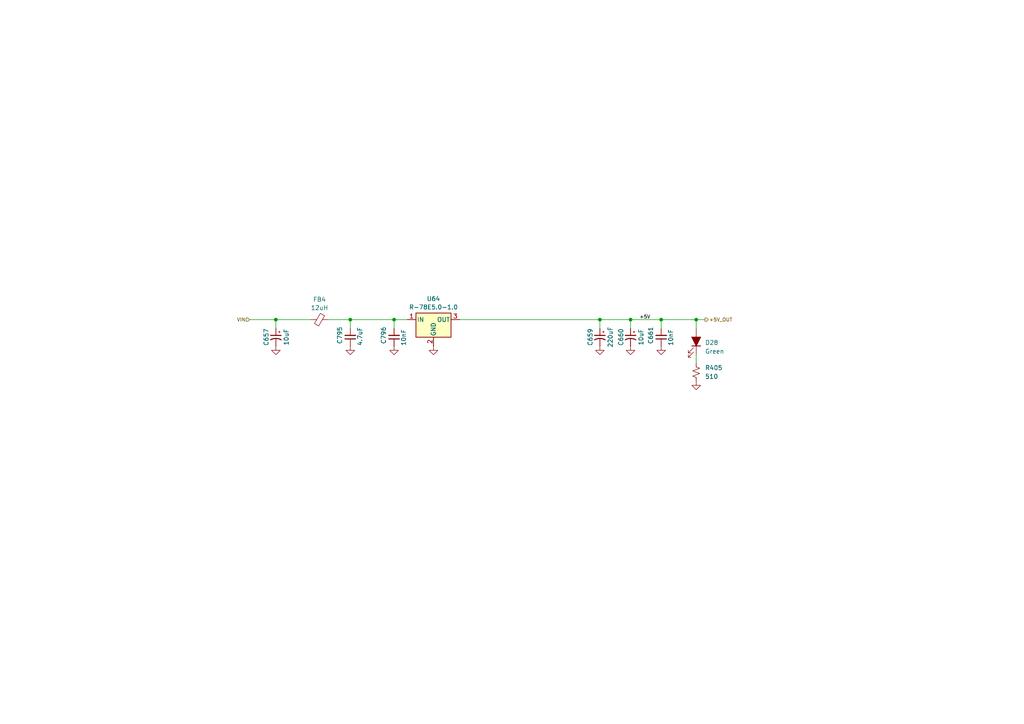
<source format=kicad_sch>
(kicad_sch (version 20250114) (generator "eeschema") (generator_version "9.0")
  (paper "A4")
  (lib_symbols
    (symbol "Device:C_Polarized_Small_US" (pin_numbers (hide yes)) (pin_names (offset 0.254) (hide yes))
      (property "Reference" "C" (at 0.254 1.778 0))
      (property "Value" "C_Polarized_Small_US" (at 0.254 -2.032 0))
      (symbol "C_Polarized_Small_US_0_1"
        (polyline (pts (xy -1.524 0.508) (xy 1.524 0.508)) (stroke (width 0.3048)))
        (polyline (pts (xy -1.27 1.524) (xy -0.762 1.524)))
        (polyline (pts (xy -1.016 1.27) (xy -1.016 1.778)))
        (arc (start -1.524 -0.762) (mid 0 -0.3734) (end 1.524 -0.762) (stroke (width 0.3048)))
      )
      (symbol "C_Polarized_Small_US_1_1"
        (pin passive line (at 0 2.54 270) (length 2.032) (name "~") (number "1"))
        (pin passive line (at 0 -2.54 90) (length 2.032) (name "~") (number "2"))
      )
    )
    (symbol "Device:C_Small" (pin_numbers (hide yes)) (pin_names (offset 0.254) (hide yes))
      (property "Reference" "C" (at 0.254 1.778 0))
      (property "Value" "C_Small" (at 0.254 -2.032 0))
      (symbol "C_Small_0_1"
        (polyline (pts (xy -1.524 0.508) (xy 1.524 0.508)) (stroke (width 0.3048)))
        (polyline (pts (xy -1.524 -0.508) (xy 1.524 -0.508)) (stroke (width 0.3302)))
      )
      (symbol "C_Small_1_1"
        (pin passive line (at 0 2.54 270) (length 2.032) (name "~") (number "1"))
        (pin passive line (at 0 -2.54 90) (length 2.032) (name "~") (number "2"))
      )
    )
    (symbol "Device:FerriteBead_Small" (pin_numbers (hide yes)) (pin_names (offset 0))
      (property "Reference" "FB" (at 1.905 1.27 0))
      (property "Value" "FerriteBead_Small" (at 1.905 -1.27 0))
      (symbol "FerriteBead_Small_0_1"
        (polyline (pts (xy -1.8288 0.2794) (xy -1.1176 1.4986) (xy 1.8288 -0.2032) (xy 1.1176 -1.4224) (xy -1.8288 0.2794)))
        (polyline (pts (xy 0 0.889) (xy 0 1.2954)))
        (polyline (pts (xy 0 -1.27) (xy 0 -0.7874)))
      )
      (symbol "FerriteBead_Small_1_1"
        (pin passive line (at 0 2.54 270) (length 1.27) (name "~") (number "1"))
        (pin passive line (at 0 -2.54 90) (length 1.27) (name "~") (number "2"))
      )
    )
    (symbol "Device:LED_Filled" (pin_numbers (hide yes)) (pin_names (offset 1.016) (hide yes))
      (property "Reference" "D" (at 0 2.54 0))
      (property "Value" "LED_Filled" (at 0 -2.54 0))
      (symbol "LED_Filled_0_1"
        (polyline (pts (xy -3.048 -0.762) (xy -4.572 -2.286) (xy -3.81 -2.286) (xy -4.572 -2.286) (xy -4.572 -1.524)))
        (polyline (pts (xy -1.778 -0.762) (xy -3.302 -2.286) (xy -2.54 -2.286) (xy -3.302 -2.286) (xy -3.302 -1.524)))
        (polyline (pts (xy -1.27 0) (xy 1.27 0)))
        (polyline (pts (xy -1.27 -1.27) (xy -1.27 1.27)) (stroke (width 0.254)))
        (polyline (pts (xy 1.27 -1.27) (xy 1.27 1.27) (xy -1.27 0) (xy 1.27 -1.27)) (stroke (width 0.254)) (fill (type outline)))
      )
      (symbol "LED_Filled_1_1"
        (pin passive line (at -3.81 0 0) (length 2.54) (name "K") (number "1"))
        (pin passive line (at 3.81 0 180) (length 2.54) (name "A") (number "2"))
      )
    )
    (symbol "Device:R_Small_US" (pin_numbers (hide yes)) (pin_names (offset 0.254) (hide yes))
      (property "Reference" "R" (at 0.762 0.508 0))
      (property "Value" "R_Small_US" (at 0.762 -1.016 0))
      (symbol "R_Small_US_1_1"
        (polyline (pts (xy 0 1.524) (xy 1.016 1.143) (xy 0 0.762) (xy -1.016 0.381) (xy 0 0)))
        (polyline (pts (xy 0 0) (xy 1.016 -0.381) (xy 0 -0.762) (xy -1.016 -1.143) (xy 0 -1.524)))
        (pin passive line (at 0 2.54 270) (length 1.016) (name "~") (number "1"))
        (pin passive line (at 0 -2.54 90) (length 1.016) (name "~") (number "2"))
      )
    )
    (symbol "Regulator_Switching:R-78E5.0-1.0" (pin_names (offset 0.254))
      (property "Reference" "U" (at -3.81 3.175 0))
      (property "Value" "R-78E5.0-1.0" (at 0 3.175 0))
      (symbol "R-78E5.0-1.0_0_1"
        (rectangle (start -5.08 1.905) (end 5.08 -5.08) (stroke (width 0.254)) (fill (type background)))
      )
      (symbol "R-78E5.0-1.0_1_1"
        (pin power_in line (at -7.62 0 0) (length 2.54) (name "IN") (number "1"))
        (pin power_in line (at 0 -7.62 90) (length 2.54) (name "GND") (number "2"))
        (pin power_out line (at 7.62 0 180) (length 2.54) (name "OUT") (number "3"))
      )
    )
    (symbol "power:GND" (power) (pin_numbers (hide yes)) (pin_names (offset 0) (hide yes))
      (property "Value" "GND" (at 0 -3.81 0))
      (symbol "GND_0_1"
        (polyline (pts (xy 0 0) (xy 0 -1.27) (xy 1.27 -1.27) (xy 0 -2.54) (xy -1.27 -1.27) (xy 0 -1.27)))
      )
      (symbol "GND_1_1"
        (pin power_in line (at 0 0 270) (length 0) (name "~") (number "1"))
      )
    )
  )
  (junction (at 80.01 92.71))
  (junction (at 101.6 92.71))
  (junction (at 114.3 92.71))
  (junction (at 173.99 92.71))
  (junction (at 182.88 92.71))
  (junction (at 191.77 92.71))
  (junction (at 201.93 92.71))
  (wire (pts (xy 133.35 92.71) (xy 173.99 92.71)))
  (wire (pts (xy 201.93 92.71) (xy 204.47 92.71)))
  (wire (pts (xy 182.88 92.71) (xy 191.77 92.71)))
  (wire (pts (xy 173.99 92.71) (xy 173.99 95.25)))
  (wire (pts (xy 114.3 92.71) (xy 114.3 95.25)))
  (wire (pts (xy 72.39 92.71) (xy 80.01 92.71)))
  (wire (pts (xy 201.93 95.25) (xy 201.93 92.71)))
  (wire (pts (xy 114.3 92.71) (xy 118.11 92.71)))
  (wire (pts (xy 201.93 102.87) (xy 201.93 105.41)))
  (wire (pts (xy 101.6 92.71) (xy 114.3 92.71)))
  (wire (pts (xy 182.88 92.71) (xy 182.88 95.25)))
  (wire (pts (xy 80.01 92.71) (xy 80.01 95.25)))
  (wire (pts (xy 173.99 92.71) (xy 182.88 92.71)))
  (wire (pts (xy 101.6 92.71) (xy 101.6 95.25)))
  (wire (pts (xy 191.77 95.25) (xy 191.77 92.71)))
  (wire (pts (xy 95.25 92.71) (xy 101.6 92.71)))
  (wire (pts (xy 191.77 92.71) (xy 201.93 92.71)))
  (wire (pts (xy 80.01 92.71) (xy 90.17 92.71)))
  (label "+5V" (at 185.42 92.71 0) (effects (font (size 1 1))))
  (hierarchical_label "VIN" (shape input) (at 72.39 92.71 180) (effects (font (size 1 1))))
  (hierarchical_label "+5V_OUT" (shape output) (at 204.47 92.71 0) (effects (font (size 1 1))))
  (symbol (lib_id "Device:C_Polarized_Small_US") (at 182.88 97.79 0) (mirror y) (unit 1)
    (property "Reference" "C660" (at 180.086 97.79 90))
    (property "Value" "10uF" (at 185.928 97.79 90))
    (property "Description" "Polarized capacitor, small US symbol" (effects (hide yes)))
  )
  (symbol (lib_id "power:GND") (at 201.93 110.49 0) (unit 1)
    (property "Reference" "#PWR0824" (effects (hide yes)))
    (property "Value" "GND" (effects (hide yes)))
    (property "Description" "Power symbol creates a global label with name \"GND\" , ground" (effects (hide yes)))
  )
  (symbol (lib_id "Device:LED_Filled") (at 201.93 99.06 270) (mirror x) (unit 1)
    (property "Reference" "D28" (at 204.47 99.3774 90) (effects (justify left)))
    (property "Value" "Green" (at 204.47 101.9174 90) (effects (justify left)))
    (property "Footprint" "LED_THT:LED_D5.0mm" (effects (hide yes)))
    (property "Description" "Light emitting diode, filled shape" (effects (hide yes)))
    (property "DigiKey Part Number" "732-5016-ND" (effects (hide yes)))
  )
  (symbol (lib_id "Device:C_Polarized_Small_US") (at 80.01 97.79 0) (mirror y) (unit 1)
    (property "Reference" "C657" (at 77.216 97.79 90))
    (property "Value" "10uF" (at 83.058 97.79 90))
    (property "Description" "Polarized capacitor, small US symbol" (effects (hide yes)))
  )
  (symbol (lib_id "power:GND") (at 114.3 100.33 0) (unit 1)
    (property "Reference" "#PWR0951" (effects (hide yes)))
    (property "Value" "GND" (effects (hide yes)))
    (property "Description" "Power symbol creates a global label with name \"GND\" , ground" (effects (hide yes)))
  )
  (symbol (lib_id "Device:C_Polarized_Small_US") (at 173.99 97.79 0) (mirror y) (unit 1)
    (property "Reference" "C659" (at 171.196 97.79 90))
    (property "Value" "220uF" (at 177.038 97.79 90))
    (property "Description" "Polarized capacitor, small US symbol" (effects (hide yes)))
  )
  (symbol (lib_id "power:GND") (at 191.77 100.33 0) (unit 1)
    (property "Reference" "#PWR0823" (effects (hide yes)))
    (property "Value" "GND" (effects (hide yes)))
    (property "Description" "Power symbol creates a global label with name \"GND\" , ground" (effects (hide yes)))
  )
  (symbol (lib_id "power:GND") (at 182.88 100.33 0) (unit 1)
    (property "Reference" "#PWR0822" (effects (hide yes)))
    (property "Value" "GND" (effects (hide yes)))
    (property "Description" "Power symbol creates a global label with name \"GND\" , ground" (effects (hide yes)))
  )
  (symbol (lib_id "power:GND") (at 101.6 100.33 0) (unit 1)
    (property "Reference" "#PWR0950" (effects (hide yes)))
    (property "Value" "GND" (effects (hide yes)))
    (property "Description" "Power symbol creates a global label with name \"GND\" , ground" (effects (hide yes)))
  )
  (symbol (lib_id "power:GND") (at 80.01 100.33 0) (unit 1)
    (property "Reference" "#PWR0949" (effects (hide yes)))
    (property "Value" "GND" (effects (hide yes)))
    (property "Description" "Power symbol creates a global label with name \"GND\" , ground" (effects (hide yes)))
  )
  (symbol (lib_id "Device:FerriteBead_Small") (at 92.71 92.71 90) (unit 1)
    (property "Reference" "FB4" (at 92.6719 86.8637 90))
    (property "Value" "12uH" (at 92.6719 89.288 90))
    (property "Description" "Ferrite bead, small symbol" (effects (hide yes)))
  )
  (symbol (lib_id "power:GND") (at 173.99 100.33 0) (unit 1)
    (property "Reference" "#PWR0821" (effects (hide yes)))
    (property "Value" "GND" (effects (hide yes)))
    (property "Description" "Power symbol creates a global label with name \"GND\" , ground" (effects (hide yes)))
  )
  (symbol (lib_id "power:GND") (at 125.73 100.33 0) (unit 1)
    (property "Reference" "#PWR0948" (effects (hide yes)))
    (property "Value" "GND" (effects (hide yes)))
    (property "Description" "Power symbol creates a global label with name \"GND\" , ground" (effects (hide yes)))
  )
  (symbol (lib_id "Device:R_Small_US") (at 201.93 107.95 180) (unit 1)
    (property "Reference" "R405" (at 204.47 106.6799 0) (effects (justify right)))
    (property "Value" "510" (at 204.47 109.2199 0) (effects (justify right)))
    (property "Footprint" "Resistor_SMD:R_0603_1608Metric_Pad0.98x0.95mm_HandSolder" (effects (hide yes)))
    (property "Description" "Resistor, small US symbol" (effects (hide yes)))
    (property "DigiKey Part Number" "311-510HRCT-ND" (effects (hide yes)))
  )
  (symbol (lib_id "Device:C_Small") (at 114.3 97.79 180) (unit 1)
    (property "Reference" "C796" (at 111.252 99.822 90) (effects (justify right)))
    (property "Value" "10nF" (at 117.094 100.33 90) (effects (justify right)))
    (property "Description" "Unpolarized capacitor, small symbol" (effects (hide yes)))
  )
  (symbol (lib_id "Device:C_Small") (at 101.6 97.79 180) (unit 1)
    (property "Reference" "C795" (at 98.552 99.822 90) (effects (justify right)))
    (property "Value" "4.7uF" (at 104.394 100.33 90) (effects (justify right)))
    (property "Description" "Unpolarized capacitor, small symbol" (effects (hide yes)))
  )
  (symbol (lib_id "Device:C_Small") (at 191.77 97.79 180) (unit 1)
    (property "Reference" "C661" (at 188.722 99.822 90) (effects (justify right)))
    (property "Value" "10nF" (at 194.564 100.33 90) (effects (justify right)))
    (property "Description" "Unpolarized capacitor, small symbol" (effects (hide yes)))
  )
  (symbol (lib_id "Regulator_Switching:R-78E5.0-1.0") (at 125.73 92.71 0) (unit 1)
    (property "Reference" "U64" (at 125.73 86.6605 0))
    (property "Value" "R-78E5.0-1.0" (at 125.73 89.0848 0))
    (property "Footprint" "Converter_DCDC:Converter_DCDC_RECOM_R-78E-0.5_THT" (effects (hide yes)))
    (property "Datasheet" "https://www.recom-power.com/pdf/Innoline/R-78Exx-1.0.pdf" (effects (hide yes)))
    (property "Description" "1A Step-Down DC/DC-Regulator, 7-28V input, 5V fixed Output Voltage, LM78xx replacement, -40°C to +85°C, SIP3" (effects (hide yes)))
  )
)
</source>
